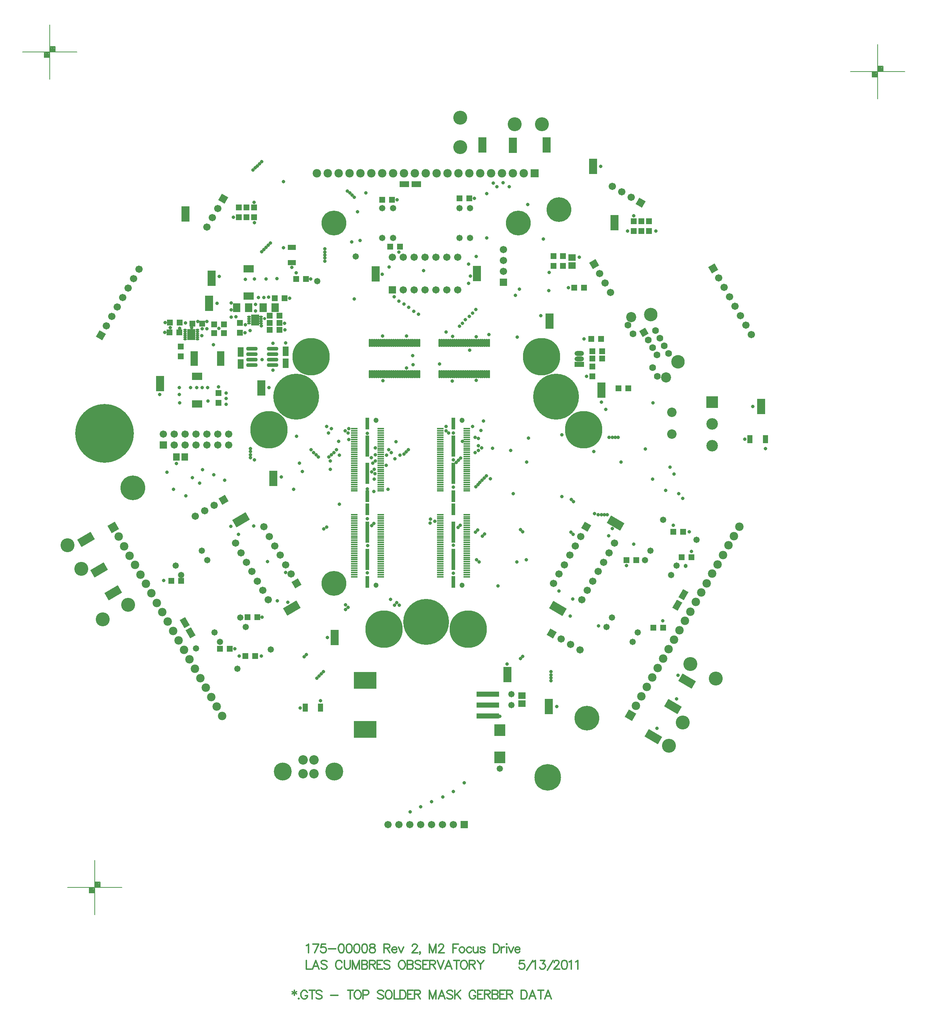
<source format=gts>
%FSLAX23Y23*%
%MOIN*%
G70*
G01*
G75*
G04 Layer_Color=8388736*
%ADD10R,0.050X0.050*%
%ADD11R,0.070X0.135*%
%ADD12R,0.050X0.050*%
%ADD13R,0.063X0.075*%
%ADD14R,0.048X0.078*%
%ADD15R,0.087X0.059*%
%ADD16R,0.059X0.051*%
%ADD17R,0.078X0.048*%
G04:AMPARAMS|DCode=18|XSize=78mil|YSize=48mil|CornerRadius=0mil|HoleSize=0mil|Usage=FLASHONLY|Rotation=120.000|XOffset=0mil|YOffset=0mil|HoleType=Round|Shape=Rectangle|*
%AMROTATEDRECTD18*
4,1,4,0.040,-0.022,-0.001,-0.046,-0.040,0.022,0.001,0.046,0.040,-0.022,0.0*
%
%ADD18ROTATEDRECTD18*%

G04:AMPARAMS|DCode=19|XSize=78mil|YSize=48mil|CornerRadius=0mil|HoleSize=0mil|Usage=FLASHONLY|Rotation=240.000|XOffset=0mil|YOffset=0mil|HoleType=Round|Shape=Rectangle|*
%AMROTATEDRECTD19*
4,1,4,-0.001,0.046,0.040,0.022,0.001,-0.046,-0.040,-0.022,-0.001,0.046,0.0*
%
%ADD19ROTATEDRECTD19*%

%ADD20R,0.051X0.059*%
%ADD21R,0.040X0.067*%
%ADD22O,0.012X0.069*%
G04:AMPARAMS|DCode=23|XSize=135mil|YSize=70mil|CornerRadius=0mil|HoleSize=0mil|Usage=FLASHONLY|Rotation=30.000|XOffset=0mil|YOffset=0mil|HoleType=Round|Shape=Rectangle|*
%AMROTATEDRECTD23*
4,1,4,-0.041,-0.064,-0.076,-0.003,0.041,0.064,0.076,0.003,-0.041,-0.064,0.0*
%
%ADD23ROTATEDRECTD23*%

G04:AMPARAMS|DCode=24|XSize=135mil|YSize=70mil|CornerRadius=0mil|HoleSize=0mil|Usage=FLASHONLY|Rotation=150.000|XOffset=0mil|YOffset=0mil|HoleType=Round|Shape=Rectangle|*
%AMROTATEDRECTD24*
4,1,4,0.076,-0.003,0.041,-0.064,-0.076,0.003,-0.041,0.064,0.076,-0.003,0.0*
%
%ADD24ROTATEDRECTD24*%

%ADD25R,0.067X0.040*%
%ADD26R,0.065X0.094*%
%ADD27O,0.024X0.010*%
%ADD28O,0.027X0.010*%
%ADD29R,0.060X0.126*%
%ADD30R,0.200X0.040*%
%ADD31R,0.200X0.150*%
%ADD32O,0.098X0.028*%
%ADD33R,0.094X0.102*%
%ADD34R,0.057X0.012*%
%ADD35R,0.025X0.185*%
%ADD36R,0.025X0.100*%
%ADD37C,0.010*%
%ADD38C,0.005*%
%ADD39C,0.030*%
%ADD40C,0.050*%
%ADD41C,0.020*%
%ADD42C,0.012*%
%ADD43C,0.008*%
%ADD44C,0.012*%
%ADD45C,0.012*%
%ADD46C,0.335*%
%ADD47C,0.531*%
%ADD48C,0.413*%
%ADD49C,0.236*%
%ADD50C,0.059*%
%ADD51P,0.084X4X375.0*%
%ADD52P,0.084X4X255.0*%
%ADD53R,0.059X0.059*%
%ADD54P,0.084X4X105.0*%
%ADD55R,0.059X0.059*%
%ADD56P,0.084X4X345.0*%
%ADD57C,0.219*%
%ADD58C,0.070*%
%ADD59P,0.099X4X345.0*%
%ADD60P,0.099X4X105.0*%
%ADD61C,0.050*%
%ADD62C,0.059*%
%ADD63R,0.059X0.059*%
%ADD64P,0.084X4X255.0*%
%ADD65C,0.120*%
%ADD66R,0.098X0.098*%
%ADD67C,0.098*%
%ADD68R,0.070X0.070*%
%ADD69C,0.079*%
%ADD70P,0.084X4X375.0*%
%ADD71C,0.085*%
%ADD72C,0.055*%
%ADD73C,0.116*%
%ADD74P,0.078X4X165.0*%
%ADD75C,0.220*%
%ADD76C,0.039*%
%ADD77C,0.157*%
%ADD78R,0.079X0.039*%
%ADD79O,0.079X0.039*%
%ADD80C,0.024*%
%ADD81C,0.030*%
%ADD82C,0.020*%
%ADD83C,0.026*%
%ADD84C,0.040*%
%ADD85C,0.375*%
%ADD86C,0.571*%
%ADD87C,0.257*%
%ADD88C,0.158*%
%ADD89C,0.075*%
G04:AMPARAMS|DCode=90|XSize=95.433mil|YSize=95.433mil|CornerRadius=0mil|HoleSize=0mil|Usage=FLASHONLY|Rotation=0.000|XOffset=0mil|YOffset=0mil|HoleType=Round|Shape=Relief|Width=10mil|Gap=10mil|Entries=4|*
%AMTHD90*
7,0,0,0.095,0.075,0.010,45*
%
%ADD90THD90*%
%ADD91C,0.206*%
%ADD92C,0.080*%
G04:AMPARAMS|DCode=93|XSize=100mil|YSize=100mil|CornerRadius=0mil|HoleSize=0mil|Usage=FLASHONLY|Rotation=0.000|XOffset=0mil|YOffset=0mil|HoleType=Round|Shape=Relief|Width=10mil|Gap=10mil|Entries=4|*
%AMTHD93*
7,0,0,0.100,0.080,0.010,45*
%
%ADD93THD93*%
%ADD94C,0.075*%
%ADD95C,0.110*%
%ADD96C,0.099*%
%ADD97C,0.102*%
%ADD98C,0.075*%
%ADD99C,0.168*%
%ADD100C,0.080*%
%ADD101C,0.076*%
%ADD102C,0.131*%
%ADD103C,0.070*%
%ADD104C,0.052*%
G04:AMPARAMS|DCode=105|XSize=85mil|YSize=85mil|CornerRadius=0mil|HoleSize=0mil|Usage=FLASHONLY|Rotation=0.000|XOffset=0mil|YOffset=0mil|HoleType=Round|Shape=Relief|Width=10mil|Gap=10mil|Entries=4|*
%AMTHD105*
7,0,0,0.085,0.065,0.010,45*
%
%ADD105THD105*%
%ADD106C,0.065*%
G04:AMPARAMS|DCode=107|XSize=72mil|YSize=72mil|CornerRadius=0mil|HoleSize=0mil|Usage=FLASHONLY|Rotation=0.000|XOffset=0mil|YOffset=0mil|HoleType=Round|Shape=Relief|Width=10mil|Gap=10mil|Entries=4|*
%AMTHD107*
7,0,0,0.072,0.052,0.010,45*
%
%ADD107THD107*%
%ADD108C,0.053*%
G04:AMPARAMS|DCode=109|XSize=90mil|YSize=90mil|CornerRadius=0mil|HoleSize=0mil|Usage=FLASHONLY|Rotation=0.000|XOffset=0mil|YOffset=0mil|HoleType=Round|Shape=Relief|Width=10mil|Gap=10mil|Entries=4|*
%AMTHD109*
7,0,0,0.090,0.070,0.010,45*
%
%ADD109THD109*%
G04:AMPARAMS|DCode=110|XSize=95.433mil|YSize=95.433mil|CornerRadius=0mil|HoleSize=0mil|Usage=FLASHONLY|Rotation=0.000|XOffset=0mil|YOffset=0mil|HoleType=Round|Shape=Relief|Width=10mil|Gap=10mil|Entries=4|*
%AMTHD110*
7,0,0,0.095,0.075,0.010,45*
%
%ADD110THD110*%
G04:AMPARAMS|DCode=111|XSize=130mil|YSize=130mil|CornerRadius=0mil|HoleSize=0mil|Usage=FLASHONLY|Rotation=0.000|XOffset=0mil|YOffset=0mil|HoleType=Round|Shape=Relief|Width=10mil|Gap=10mil|Entries=4|*
%AMTHD111*
7,0,0,0.130,0.110,0.010,45*
%
%ADD111THD111*%
%ADD112C,0.087*%
G04:AMPARAMS|DCode=113|XSize=122mil|YSize=122mil|CornerRadius=0mil|HoleSize=0mil|Usage=FLASHONLY|Rotation=0.000|XOffset=0mil|YOffset=0mil|HoleType=Round|Shape=Relief|Width=10mil|Gap=10mil|Entries=4|*
%AMTHD113*
7,0,0,0.122,0.102,0.010,45*
%
%ADD113THD113*%
G04:AMPARAMS|DCode=114|XSize=95mil|YSize=95mil|CornerRadius=0mil|HoleSize=0mil|Usage=FLASHONLY|Rotation=0.000|XOffset=0mil|YOffset=0mil|HoleType=Round|Shape=Relief|Width=10mil|Gap=10mil|Entries=4|*
%AMTHD114*
7,0,0,0.095,0.075,0.010,45*
%
%ADD114THD114*%
G04:AMPARAMS|DCode=115|XSize=96.221mil|YSize=96.221mil|CornerRadius=0mil|HoleSize=0mil|Usage=FLASHONLY|Rotation=0.000|XOffset=0mil|YOffset=0mil|HoleType=Round|Shape=Relief|Width=10mil|Gap=10mil|Entries=4|*
%AMTHD115*
7,0,0,0.096,0.076,0.010,45*
%
%ADD115THD115*%
G04:AMPARAMS|DCode=116|XSize=150.551mil|YSize=150.551mil|CornerRadius=0mil|HoleSize=0mil|Usage=FLASHONLY|Rotation=0.000|XOffset=0mil|YOffset=0mil|HoleType=Round|Shape=Relief|Width=10mil|Gap=10mil|Entries=4|*
%AMTHD116*
7,0,0,0.151,0.131,0.010,45*
%
%ADD116THD116*%
G04:AMPARAMS|DCode=117|XSize=89.528mil|YSize=89.528mil|CornerRadius=0mil|HoleSize=0mil|Usage=FLASHONLY|Rotation=0.000|XOffset=0mil|YOffset=0mil|HoleType=Round|Shape=Relief|Width=10mil|Gap=10mil|Entries=4|*
%AMTHD117*
7,0,0,0.090,0.070,0.010,45*
%
%ADD117THD117*%
G04:AMPARAMS|DCode=118|XSize=72.992mil|YSize=72.992mil|CornerRadius=0mil|HoleSize=0mil|Usage=FLASHONLY|Rotation=0.000|XOffset=0mil|YOffset=0mil|HoleType=Round|Shape=Relief|Width=10mil|Gap=10mil|Entries=4|*
%AMTHD118*
7,0,0,0.073,0.053,0.010,45*
%
%ADD118THD118*%
G04:AMPARAMS|DCode=119|XSize=79mil|YSize=236mil|CornerRadius=0mil|HoleSize=0mil|Usage=FLASHONLY|Rotation=120.000|XOffset=0mil|YOffset=0mil|HoleType=Round|Shape=Rectangle|*
%AMROTATEDRECTD119*
4,1,4,0.122,0.025,-0.083,-0.093,-0.122,-0.025,0.083,0.093,0.122,0.025,0.0*
%
%ADD119ROTATEDRECTD119*%

G04:AMPARAMS|DCode=120|XSize=79mil|YSize=236mil|CornerRadius=0mil|HoleSize=0mil|Usage=FLASHONLY|Rotation=240.000|XOffset=0mil|YOffset=0mil|HoleType=Round|Shape=Rectangle|*
%AMROTATEDRECTD120*
4,1,4,-0.083,0.093,0.122,-0.025,0.083,-0.093,-0.122,0.025,-0.083,0.093,0.0*
%
%ADD120ROTATEDRECTD120*%

%ADD121P,0.071X4X285.0*%
%ADD122P,0.071X4X165.0*%
G04:AMPARAMS|DCode=123|XSize=28mil|YSize=98mil|CornerRadius=0mil|HoleSize=0mil|Usage=FLASHONLY|Rotation=330.000|XOffset=0mil|YOffset=0mil|HoleType=Round|Shape=Round|*
%AMOVALD123*
21,1,0.071,0.028,0.000,0.000,60.0*
1,1,0.028,-0.018,-0.031*
1,1,0.028,0.018,0.031*
%
%ADD123OVALD123*%

G04:AMPARAMS|DCode=124|XSize=28mil|YSize=98mil|CornerRadius=0mil|HoleSize=0mil|Usage=FLASHONLY|Rotation=210.000|XOffset=0mil|YOffset=0mil|HoleType=Round|Shape=Round|*
%AMOVALD124*
21,1,0.071,0.028,0.000,0.000,300.0*
1,1,0.028,-0.018,0.031*
1,1,0.028,0.018,-0.031*
%
%ADD124OVALD124*%

%ADD125R,0.025X0.070*%
%ADD126R,0.236X0.079*%
%ADD127C,0.075*%
%ADD128C,0.010*%
%ADD129C,0.007*%
%ADD130C,0.024*%
%ADD131C,0.010*%
%ADD132C,0.008*%
%ADD133C,0.020*%
%ADD134C,0.006*%
%ADD135R,0.195X0.150*%
%ADD136R,0.020X0.082*%
%ADD137R,0.058X0.058*%
%ADD138R,0.078X0.143*%
%ADD139R,0.058X0.058*%
%ADD140R,0.071X0.083*%
%ADD141R,0.056X0.086*%
%ADD142R,0.095X0.067*%
%ADD143R,0.067X0.059*%
%ADD144R,0.086X0.056*%
G04:AMPARAMS|DCode=145|XSize=86mil|YSize=56mil|CornerRadius=0mil|HoleSize=0mil|Usage=FLASHONLY|Rotation=120.000|XOffset=0mil|YOffset=0mil|HoleType=Round|Shape=Rectangle|*
%AMROTATEDRECTD145*
4,1,4,0.046,-0.023,-0.003,-0.051,-0.046,0.023,0.003,0.051,0.046,-0.023,0.0*
%
%ADD145ROTATEDRECTD145*%

G04:AMPARAMS|DCode=146|XSize=86mil|YSize=56mil|CornerRadius=0mil|HoleSize=0mil|Usage=FLASHONLY|Rotation=240.000|XOffset=0mil|YOffset=0mil|HoleType=Round|Shape=Rectangle|*
%AMROTATEDRECTD146*
4,1,4,-0.003,0.051,0.046,0.023,0.003,-0.051,-0.046,-0.023,-0.003,0.051,0.0*
%
%ADD146ROTATEDRECTD146*%

%ADD147R,0.059X0.067*%
%ADD148R,0.048X0.075*%
%ADD149O,0.020X0.077*%
G04:AMPARAMS|DCode=150|XSize=143mil|YSize=78mil|CornerRadius=0mil|HoleSize=0mil|Usage=FLASHONLY|Rotation=30.000|XOffset=0mil|YOffset=0mil|HoleType=Round|Shape=Rectangle|*
%AMROTATEDRECTD150*
4,1,4,-0.042,-0.070,-0.081,-0.002,0.042,0.070,0.081,0.002,-0.042,-0.070,0.0*
%
%ADD150ROTATEDRECTD150*%

G04:AMPARAMS|DCode=151|XSize=143mil|YSize=78mil|CornerRadius=0mil|HoleSize=0mil|Usage=FLASHONLY|Rotation=150.000|XOffset=0mil|YOffset=0mil|HoleType=Round|Shape=Rectangle|*
%AMROTATEDRECTD151*
4,1,4,0.081,-0.002,0.042,-0.070,-0.081,0.002,-0.042,0.070,0.081,-0.002,0.0*
%
%ADD151ROTATEDRECTD151*%

%ADD152R,0.075X0.048*%
%ADD153R,0.073X0.102*%
%ADD154O,0.032X0.018*%
%ADD155O,0.035X0.018*%
%ADD156R,0.068X0.134*%
%ADD157R,0.208X0.048*%
%ADD158R,0.208X0.158*%
%ADD159O,0.106X0.036*%
%ADD160R,0.102X0.110*%
%ADD161R,0.061X0.016*%
%ADD162R,0.033X0.193*%
%ADD163R,0.033X0.108*%
%ADD164C,0.343*%
%ADD165C,0.539*%
%ADD166C,0.421*%
%ADD167C,0.244*%
%ADD168C,0.067*%
%ADD169P,0.095X4X375.0*%
%ADD170P,0.095X4X255.0*%
%ADD171R,0.067X0.067*%
%ADD172P,0.095X4X105.0*%
%ADD173R,0.067X0.067*%
%ADD174P,0.095X4X345.0*%
%ADD175C,0.227*%
%ADD176C,0.078*%
%ADD177P,0.110X4X345.0*%
%ADD178P,0.110X4X105.0*%
%ADD179C,0.058*%
%ADD180C,0.067*%
%ADD181R,0.067X0.067*%
%ADD182P,0.095X4X255.0*%
%ADD183C,0.128*%
%ADD184R,0.106X0.106*%
%ADD185C,0.106*%
%ADD186R,0.078X0.078*%
%ADD187C,0.087*%
%ADD188P,0.095X4X375.0*%
%ADD189C,0.093*%
%ADD190C,0.063*%
%ADD191C,0.124*%
%ADD192P,0.089X4X165.0*%
%ADD193C,0.228*%
%ADD194C,0.047*%
%ADD195C,0.165*%
%ADD196R,0.087X0.047*%
%ADD197O,0.087X0.047*%
%ADD198C,0.032*%
%ADD199C,0.038*%
%ADD200C,0.028*%
D42*
X30284Y26634D02*
Y26588D01*
X30265Y26622D02*
X30303Y26600D01*
Y26622D02*
X30265Y26600D01*
X30323Y26561D02*
X30319Y26558D01*
X30323Y26554D01*
X30327Y26558D01*
X30323Y26561D01*
X30402Y26615D02*
X30398Y26622D01*
X30390Y26630D01*
X30383Y26634D01*
X30367D01*
X30360Y26630D01*
X30352Y26622D01*
X30348Y26615D01*
X30344Y26603D01*
Y26584D01*
X30348Y26573D01*
X30352Y26565D01*
X30360Y26558D01*
X30367Y26554D01*
X30383D01*
X30390Y26558D01*
X30398Y26565D01*
X30402Y26573D01*
Y26584D01*
X30383D02*
X30402D01*
X30447Y26634D02*
Y26554D01*
X30420Y26634D02*
X30473D01*
X30536Y26622D02*
X30528Y26630D01*
X30517Y26634D01*
X30502D01*
X30490Y26630D01*
X30483Y26622D01*
Y26615D01*
X30487Y26607D01*
X30490Y26603D01*
X30498Y26600D01*
X30521Y26592D01*
X30528Y26588D01*
X30532Y26584D01*
X30536Y26577D01*
Y26565D01*
X30528Y26558D01*
X30517Y26554D01*
X30502D01*
X30490Y26558D01*
X30483Y26565D01*
X30617Y26588D02*
X30685D01*
X30798Y26634D02*
Y26554D01*
X30772Y26634D02*
X30825D01*
X30858D02*
X30850Y26630D01*
X30842Y26622D01*
X30838Y26615D01*
X30835Y26603D01*
Y26584D01*
X30838Y26573D01*
X30842Y26565D01*
X30850Y26558D01*
X30858Y26554D01*
X30873D01*
X30880Y26558D01*
X30888Y26565D01*
X30892Y26573D01*
X30896Y26584D01*
Y26603D01*
X30892Y26615D01*
X30888Y26622D01*
X30880Y26630D01*
X30873Y26634D01*
X30858D01*
X30914Y26592D02*
X30949D01*
X30960Y26596D01*
X30964Y26600D01*
X30968Y26607D01*
Y26619D01*
X30964Y26626D01*
X30960Y26630D01*
X30949Y26634D01*
X30914D01*
Y26554D01*
X31102Y26622D02*
X31094Y26630D01*
X31083Y26634D01*
X31067D01*
X31056Y26630D01*
X31048Y26622D01*
Y26615D01*
X31052Y26607D01*
X31056Y26603D01*
X31064Y26600D01*
X31086Y26592D01*
X31094Y26588D01*
X31098Y26584D01*
X31102Y26577D01*
Y26565D01*
X31094Y26558D01*
X31083Y26554D01*
X31067D01*
X31056Y26558D01*
X31048Y26565D01*
X31142Y26634D02*
X31135Y26630D01*
X31127Y26622D01*
X31123Y26615D01*
X31120Y26603D01*
Y26584D01*
X31123Y26573D01*
X31127Y26565D01*
X31135Y26558D01*
X31142Y26554D01*
X31158D01*
X31165Y26558D01*
X31173Y26565D01*
X31177Y26573D01*
X31180Y26584D01*
Y26603D01*
X31177Y26615D01*
X31173Y26622D01*
X31165Y26630D01*
X31158Y26634D01*
X31142D01*
X31199D02*
Y26554D01*
X31245D01*
X31254Y26634D02*
Y26554D01*
Y26634D02*
X31280D01*
X31292Y26630D01*
X31299Y26622D01*
X31303Y26615D01*
X31307Y26603D01*
Y26584D01*
X31303Y26573D01*
X31299Y26565D01*
X31292Y26558D01*
X31280Y26554D01*
X31254D01*
X31374Y26634D02*
X31325D01*
Y26554D01*
X31374D01*
X31325Y26596D02*
X31355D01*
X31388Y26634D02*
Y26554D01*
Y26634D02*
X31422D01*
X31433Y26630D01*
X31437Y26626D01*
X31441Y26619D01*
Y26611D01*
X31437Y26603D01*
X31433Y26600D01*
X31422Y26596D01*
X31388D01*
X31414D02*
X31441Y26554D01*
X31522Y26634D02*
Y26554D01*
Y26634D02*
X31552Y26554D01*
X31583Y26634D02*
X31552Y26554D01*
X31583Y26634D02*
Y26554D01*
X31666D02*
X31636Y26634D01*
X31606Y26554D01*
X31617Y26580D02*
X31655D01*
X31738Y26622D02*
X31731Y26630D01*
X31719Y26634D01*
X31704D01*
X31693Y26630D01*
X31685Y26622D01*
Y26615D01*
X31689Y26607D01*
X31693Y26603D01*
X31700Y26600D01*
X31723Y26592D01*
X31731Y26588D01*
X31735Y26584D01*
X31738Y26577D01*
Y26565D01*
X31731Y26558D01*
X31719Y26554D01*
X31704D01*
X31693Y26558D01*
X31685Y26565D01*
X31756Y26634D02*
Y26554D01*
X31810Y26634D02*
X31756Y26580D01*
X31775Y26600D02*
X31810Y26554D01*
X31948Y26615D02*
X31944Y26622D01*
X31936Y26630D01*
X31929Y26634D01*
X31913D01*
X31906Y26630D01*
X31898Y26622D01*
X31894Y26615D01*
X31890Y26603D01*
Y26584D01*
X31894Y26573D01*
X31898Y26565D01*
X31906Y26558D01*
X31913Y26554D01*
X31929D01*
X31936Y26558D01*
X31944Y26565D01*
X31948Y26573D01*
Y26584D01*
X31929D02*
X31948D01*
X32015Y26634D02*
X31966D01*
Y26554D01*
X32015D01*
X31966Y26596D02*
X31996D01*
X32029Y26634D02*
Y26554D01*
Y26634D02*
X32063D01*
X32074Y26630D01*
X32078Y26626D01*
X32082Y26619D01*
Y26611D01*
X32078Y26603D01*
X32074Y26600D01*
X32063Y26596D01*
X32029D01*
X32055D02*
X32082Y26554D01*
X32100Y26634D02*
Y26554D01*
Y26634D02*
X32134D01*
X32146Y26630D01*
X32149Y26626D01*
X32153Y26619D01*
Y26611D01*
X32149Y26603D01*
X32146Y26600D01*
X32134Y26596D01*
X32100D02*
X32134D01*
X32146Y26592D01*
X32149Y26588D01*
X32153Y26580D01*
Y26569D01*
X32149Y26561D01*
X32146Y26558D01*
X32134Y26554D01*
X32100D01*
X32221Y26634D02*
X32171D01*
Y26554D01*
X32221D01*
X32171Y26596D02*
X32202D01*
X32234Y26634D02*
Y26554D01*
Y26634D02*
X32268D01*
X32280Y26630D01*
X32283Y26626D01*
X32287Y26619D01*
Y26611D01*
X32283Y26603D01*
X32280Y26600D01*
X32268Y26596D01*
X32234D01*
X32261D02*
X32287Y26554D01*
X32368Y26634D02*
Y26554D01*
Y26634D02*
X32395D01*
X32406Y26630D01*
X32414Y26622D01*
X32418Y26615D01*
X32421Y26603D01*
Y26584D01*
X32418Y26573D01*
X32414Y26565D01*
X32406Y26558D01*
X32395Y26554D01*
X32368D01*
X32500D02*
X32470Y26634D01*
X32439Y26554D01*
X32451Y26580D02*
X32489D01*
X32546Y26634D02*
Y26554D01*
X32519Y26634D02*
X32572D01*
X32643Y26554D02*
X32612Y26634D01*
X32582Y26554D01*
X32593Y26580D02*
X32631D01*
D43*
X35389Y35063D02*
X35889D01*
X35639Y34813D02*
Y35313D01*
X35689Y35063D02*
Y35113D01*
X35639D02*
X35689D01*
X35589Y35013D02*
Y35063D01*
Y35013D02*
X35639D01*
X35594Y35058D02*
X35634D01*
X35594Y35018D02*
Y35058D01*
Y35018D02*
X35634D01*
Y35058D01*
X35599Y35053D02*
X35629D01*
X35599Y35023D02*
Y35053D01*
Y35023D02*
X35629D01*
Y35048D01*
X35604D02*
X35624D01*
X35604Y35028D02*
Y35048D01*
Y35028D02*
X35624D01*
Y35043D01*
X35609D02*
X35619D01*
X35609Y35033D02*
Y35043D01*
Y35033D02*
X35619D01*
Y35043D01*
X35609Y35038D02*
X35619D01*
X35644Y35108D02*
X35684D01*
X35644Y35068D02*
Y35108D01*
Y35068D02*
X35684D01*
Y35108D01*
X35649Y35103D02*
X35679D01*
X35649Y35073D02*
Y35103D01*
Y35073D02*
X35679D01*
Y35098D01*
X35654D02*
X35674D01*
X35654Y35078D02*
Y35098D01*
Y35078D02*
X35674D01*
Y35093D01*
X35659D02*
X35669D01*
X35659Y35083D02*
Y35093D01*
Y35083D02*
X35669D01*
Y35093D01*
X35659Y35088D02*
X35669D01*
X27787Y35244D02*
X28287D01*
X28037Y34994D02*
Y35494D01*
X28087Y35244D02*
Y35294D01*
X28037D02*
X28087D01*
X27987Y35194D02*
Y35244D01*
Y35194D02*
X28037D01*
X27992Y35239D02*
X28032D01*
X27992Y35199D02*
Y35239D01*
Y35199D02*
X28032D01*
Y35239D01*
X27997Y35234D02*
X28027D01*
X27997Y35204D02*
Y35234D01*
Y35204D02*
X28027D01*
Y35229D01*
X28002D02*
X28022D01*
X28002Y35209D02*
Y35229D01*
Y35209D02*
X28022D01*
Y35224D01*
X28007D02*
X28017D01*
X28007Y35214D02*
Y35224D01*
Y35214D02*
X28017D01*
Y35224D01*
X28007Y35219D02*
X28017D01*
X28042Y35289D02*
X28082D01*
X28042Y35249D02*
Y35289D01*
Y35249D02*
X28082D01*
Y35289D01*
X28047Y35284D02*
X28077D01*
X28047Y35254D02*
Y35284D01*
Y35254D02*
X28077D01*
Y35279D01*
X28052D02*
X28072D01*
X28052Y35259D02*
Y35279D01*
Y35259D02*
X28072D01*
Y35274D01*
X28057D02*
X28067D01*
X28057Y35264D02*
Y35274D01*
Y35264D02*
X28067D01*
Y35274D01*
X28057Y35269D02*
X28067D01*
X28199Y27577D02*
X28699D01*
X28449Y27327D02*
Y27827D01*
X28499Y27577D02*
Y27627D01*
X28449D02*
X28499D01*
X28399Y27527D02*
Y27577D01*
Y27527D02*
X28449D01*
X28404Y27572D02*
X28444D01*
X28404Y27532D02*
Y27572D01*
Y27532D02*
X28444D01*
Y27572D01*
X28409Y27567D02*
X28439D01*
X28409Y27537D02*
Y27567D01*
Y27537D02*
X28439D01*
Y27562D01*
X28414D02*
X28434D01*
X28414Y27542D02*
Y27562D01*
Y27542D02*
X28434D01*
Y27557D01*
X28419D02*
X28429D01*
X28419Y27547D02*
Y27557D01*
Y27547D02*
X28429D01*
Y27557D01*
X28419Y27552D02*
X28429D01*
X28454Y27622D02*
X28494D01*
X28454Y27582D02*
Y27622D01*
Y27582D02*
X28494D01*
Y27622D01*
X28459Y27617D02*
X28489D01*
X28459Y27587D02*
Y27617D01*
Y27587D02*
X28489D01*
Y27612D01*
X28464D02*
X28484D01*
X28464Y27592D02*
Y27612D01*
Y27592D02*
X28484D01*
Y27607D01*
X28469D02*
X28479D01*
X28469Y27597D02*
Y27607D01*
Y27597D02*
X28479D01*
Y27607D01*
X28469Y27602D02*
X28479D01*
D44*
X30395Y26909D02*
Y26829D01*
X30440D01*
X30510D02*
X30480Y26909D01*
X30449Y26829D01*
X30461Y26855D02*
X30499D01*
X30582Y26897D02*
X30575Y26905D01*
X30563Y26909D01*
X30548D01*
X30536Y26905D01*
X30529Y26897D01*
Y26889D01*
X30533Y26882D01*
X30536Y26878D01*
X30544Y26874D01*
X30567Y26867D01*
X30575Y26863D01*
X30578Y26859D01*
X30582Y26851D01*
Y26840D01*
X30575Y26832D01*
X30563Y26829D01*
X30548D01*
X30536Y26832D01*
X30529Y26840D01*
X30720Y26889D02*
X30716Y26897D01*
X30709Y26905D01*
X30701Y26909D01*
X30686D01*
X30678Y26905D01*
X30671Y26897D01*
X30667Y26889D01*
X30663Y26878D01*
Y26859D01*
X30667Y26848D01*
X30671Y26840D01*
X30678Y26832D01*
X30686Y26829D01*
X30701D01*
X30709Y26832D01*
X30716Y26840D01*
X30720Y26848D01*
X30742Y26909D02*
Y26851D01*
X30746Y26840D01*
X30754Y26832D01*
X30765Y26829D01*
X30773D01*
X30784Y26832D01*
X30792Y26840D01*
X30796Y26851D01*
Y26909D01*
X30818D02*
Y26829D01*
Y26909D02*
X30848Y26829D01*
X30879Y26909D02*
X30848Y26829D01*
X30879Y26909D02*
Y26829D01*
X30902Y26909D02*
Y26829D01*
Y26909D02*
X30936D01*
X30947Y26905D01*
X30951Y26901D01*
X30955Y26893D01*
Y26886D01*
X30951Y26878D01*
X30947Y26874D01*
X30936Y26870D01*
X30902D02*
X30936D01*
X30947Y26867D01*
X30951Y26863D01*
X30955Y26855D01*
Y26844D01*
X30951Y26836D01*
X30947Y26832D01*
X30936Y26829D01*
X30902D01*
X30973Y26909D02*
Y26829D01*
Y26909D02*
X31007D01*
X31019Y26905D01*
X31022Y26901D01*
X31026Y26893D01*
Y26886D01*
X31022Y26878D01*
X31019Y26874D01*
X31007Y26870D01*
X30973D01*
X31000D02*
X31026Y26829D01*
X31094Y26909D02*
X31044D01*
Y26829D01*
X31094D01*
X31044Y26870D02*
X31075D01*
X31160Y26897D02*
X31153Y26905D01*
X31141Y26909D01*
X31126D01*
X31115Y26905D01*
X31107Y26897D01*
Y26889D01*
X31111Y26882D01*
X31115Y26878D01*
X31122Y26874D01*
X31145Y26867D01*
X31153Y26863D01*
X31157Y26859D01*
X31160Y26851D01*
Y26840D01*
X31153Y26832D01*
X31141Y26829D01*
X31126D01*
X31115Y26832D01*
X31107Y26840D01*
X31264Y26909D02*
X31256Y26905D01*
X31249Y26897D01*
X31245Y26889D01*
X31241Y26878D01*
Y26859D01*
X31245Y26848D01*
X31249Y26840D01*
X31256Y26832D01*
X31264Y26829D01*
X31279D01*
X31287Y26832D01*
X31294Y26840D01*
X31298Y26848D01*
X31302Y26859D01*
Y26878D01*
X31298Y26889D01*
X31294Y26897D01*
X31287Y26905D01*
X31279Y26909D01*
X31264D01*
X31321D02*
Y26829D01*
Y26909D02*
X31355D01*
X31366Y26905D01*
X31370Y26901D01*
X31374Y26893D01*
Y26886D01*
X31370Y26878D01*
X31366Y26874D01*
X31355Y26870D01*
X31321D02*
X31355D01*
X31366Y26867D01*
X31370Y26863D01*
X31374Y26855D01*
Y26844D01*
X31370Y26836D01*
X31366Y26832D01*
X31355Y26829D01*
X31321D01*
X31445Y26897D02*
X31438Y26905D01*
X31426Y26909D01*
X31411D01*
X31399Y26905D01*
X31392Y26897D01*
Y26889D01*
X31396Y26882D01*
X31399Y26878D01*
X31407Y26874D01*
X31430Y26867D01*
X31438Y26863D01*
X31441Y26859D01*
X31445Y26851D01*
Y26840D01*
X31438Y26832D01*
X31426Y26829D01*
X31411D01*
X31399Y26832D01*
X31392Y26840D01*
X31513Y26909D02*
X31463D01*
Y26829D01*
X31513D01*
X31463Y26870D02*
X31494D01*
X31526Y26909D02*
Y26829D01*
Y26909D02*
X31560D01*
X31572Y26905D01*
X31575Y26901D01*
X31579Y26893D01*
Y26886D01*
X31575Y26878D01*
X31572Y26874D01*
X31560Y26870D01*
X31526D01*
X31553D02*
X31579Y26829D01*
X31597Y26909D02*
X31628Y26829D01*
X31658Y26909D02*
X31628Y26829D01*
X31729D02*
X31699Y26909D01*
X31668Y26829D01*
X31680Y26855D02*
X31718D01*
X31775Y26909D02*
Y26829D01*
X31748Y26909D02*
X31801D01*
X31834D02*
X31826Y26905D01*
X31818Y26897D01*
X31815Y26889D01*
X31811Y26878D01*
Y26859D01*
X31815Y26848D01*
X31818Y26840D01*
X31826Y26832D01*
X31834Y26829D01*
X31849D01*
X31857Y26832D01*
X31864Y26840D01*
X31868Y26848D01*
X31872Y26859D01*
Y26878D01*
X31868Y26889D01*
X31864Y26897D01*
X31857Y26905D01*
X31849Y26909D01*
X31834D01*
X31890D02*
Y26829D01*
Y26909D02*
X31925D01*
X31936Y26905D01*
X31940Y26901D01*
X31944Y26893D01*
Y26886D01*
X31940Y26878D01*
X31936Y26874D01*
X31925Y26870D01*
X31890D01*
X31917D02*
X31944Y26829D01*
X31962Y26909D02*
X31992Y26870D01*
Y26829D01*
X32023Y26909D02*
X31992Y26870D01*
X32393Y26909D02*
X32355D01*
X32351Y26874D01*
X32355Y26878D01*
X32366Y26882D01*
X32378D01*
X32389Y26878D01*
X32397Y26870D01*
X32400Y26859D01*
Y26851D01*
X32397Y26840D01*
X32389Y26832D01*
X32378Y26829D01*
X32366D01*
X32355Y26832D01*
X32351Y26836D01*
X32347Y26844D01*
X32418Y26817D02*
X32472Y26909D01*
X32477Y26893D02*
X32485Y26897D01*
X32496Y26909D01*
Y26829D01*
X32543Y26909D02*
X32585D01*
X32562Y26878D01*
X32574D01*
X32581Y26874D01*
X32585Y26870D01*
X32589Y26859D01*
Y26851D01*
X32585Y26840D01*
X32578Y26832D01*
X32566Y26829D01*
X32555D01*
X32543Y26832D01*
X32539Y26836D01*
X32536Y26844D01*
X32607Y26817D02*
X32660Y26909D01*
X32669Y26889D02*
Y26893D01*
X32673Y26901D01*
X32677Y26905D01*
X32685Y26909D01*
X32700D01*
X32707Y26905D01*
X32711Y26901D01*
X32715Y26893D01*
Y26886D01*
X32711Y26878D01*
X32704Y26867D01*
X32666Y26829D01*
X32719D01*
X32760Y26909D02*
X32748Y26905D01*
X32741Y26893D01*
X32737Y26874D01*
Y26863D01*
X32741Y26844D01*
X32748Y26832D01*
X32760Y26829D01*
X32767D01*
X32779Y26832D01*
X32786Y26844D01*
X32790Y26863D01*
Y26874D01*
X32786Y26893D01*
X32779Y26905D01*
X32767Y26909D01*
X32760D01*
X32808Y26893D02*
X32816Y26897D01*
X32827Y26909D01*
Y26829D01*
X32867Y26893D02*
X32874Y26897D01*
X32886Y26909D01*
Y26829D01*
D45*
X30395Y27043D02*
X30402Y27047D01*
X30414Y27059D01*
Y26979D01*
X30507Y27059D02*
X30469Y26979D01*
X30453Y27059D02*
X30507D01*
X30570D02*
X30532D01*
X30528Y27024D01*
X30532Y27028D01*
X30544Y27032D01*
X30555D01*
X30567Y27028D01*
X30574Y27020D01*
X30578Y27009D01*
Y27001D01*
X30574Y26990D01*
X30567Y26982D01*
X30555Y26979D01*
X30544D01*
X30532Y26982D01*
X30528Y26986D01*
X30525Y26994D01*
X30596Y27013D02*
X30664D01*
X30711Y27059D02*
X30699Y27055D01*
X30692Y27043D01*
X30688Y27024D01*
Y27013D01*
X30692Y26994D01*
X30699Y26982D01*
X30711Y26979D01*
X30719D01*
X30730Y26982D01*
X30738Y26994D01*
X30741Y27013D01*
Y27024D01*
X30738Y27043D01*
X30730Y27055D01*
X30719Y27059D01*
X30711D01*
X30782D02*
X30771Y27055D01*
X30763Y27043D01*
X30759Y27024D01*
Y27013D01*
X30763Y26994D01*
X30771Y26982D01*
X30782Y26979D01*
X30790D01*
X30801Y26982D01*
X30809Y26994D01*
X30813Y27013D01*
Y27024D01*
X30809Y27043D01*
X30801Y27055D01*
X30790Y27059D01*
X30782D01*
X30853D02*
X30842Y27055D01*
X30834Y27043D01*
X30830Y27024D01*
Y27013D01*
X30834Y26994D01*
X30842Y26982D01*
X30853Y26979D01*
X30861D01*
X30872Y26982D01*
X30880Y26994D01*
X30884Y27013D01*
Y27024D01*
X30880Y27043D01*
X30872Y27055D01*
X30861Y27059D01*
X30853D01*
X30925D02*
X30913Y27055D01*
X30906Y27043D01*
X30902Y27024D01*
Y27013D01*
X30906Y26994D01*
X30913Y26982D01*
X30925Y26979D01*
X30932D01*
X30944Y26982D01*
X30951Y26994D01*
X30955Y27013D01*
Y27024D01*
X30951Y27043D01*
X30944Y27055D01*
X30932Y27059D01*
X30925D01*
X30992D02*
X30981Y27055D01*
X30977Y27047D01*
Y27039D01*
X30981Y27032D01*
X30988Y27028D01*
X31003Y27024D01*
X31015Y27020D01*
X31022Y27013D01*
X31026Y27005D01*
Y26994D01*
X31022Y26986D01*
X31019Y26982D01*
X31007Y26979D01*
X30992D01*
X30981Y26982D01*
X30977Y26986D01*
X30973Y26994D01*
Y27005D01*
X30977Y27013D01*
X30984Y27020D01*
X30996Y27024D01*
X31011Y27028D01*
X31019Y27032D01*
X31022Y27039D01*
Y27047D01*
X31019Y27055D01*
X31007Y27059D01*
X30992D01*
X31107D02*
Y26979D01*
Y27059D02*
X31141D01*
X31153Y27055D01*
X31157Y27051D01*
X31160Y27043D01*
Y27036D01*
X31157Y27028D01*
X31153Y27024D01*
X31141Y27020D01*
X31107D01*
X31134D02*
X31160Y26979D01*
X31178Y27009D02*
X31224D01*
Y27017D01*
X31220Y27024D01*
X31216Y27028D01*
X31209Y27032D01*
X31197D01*
X31190Y27028D01*
X31182Y27020D01*
X31178Y27009D01*
Y27001D01*
X31182Y26990D01*
X31190Y26982D01*
X31197Y26979D01*
X31209D01*
X31216Y26982D01*
X31224Y26990D01*
X31241Y27032D02*
X31264Y26979D01*
X31287Y27032D02*
X31264Y26979D01*
X31366Y27039D02*
Y27043D01*
X31370Y27051D01*
X31374Y27055D01*
X31382Y27059D01*
X31397D01*
X31404Y27055D01*
X31408Y27051D01*
X31412Y27043D01*
Y27036D01*
X31408Y27028D01*
X31401Y27017D01*
X31363Y26979D01*
X31416D01*
X31441Y26982D02*
X31438Y26979D01*
X31434Y26982D01*
X31438Y26986D01*
X31441Y26982D01*
Y26975D01*
X31438Y26967D01*
X31434Y26963D01*
X31522Y27059D02*
Y26979D01*
Y27059D02*
X31552Y26979D01*
X31583Y27059D02*
X31552Y26979D01*
X31583Y27059D02*
Y26979D01*
X31609Y27039D02*
Y27043D01*
X31613Y27051D01*
X31617Y27055D01*
X31625Y27059D01*
X31640D01*
X31647Y27055D01*
X31651Y27051D01*
X31655Y27043D01*
Y27036D01*
X31651Y27028D01*
X31644Y27017D01*
X31606Y26979D01*
X31659D01*
X31740Y27059D02*
Y26979D01*
Y27059D02*
X31789D01*
X31740Y27020D02*
X31770D01*
X31817Y27032D02*
X31810Y27028D01*
X31802Y27020D01*
X31798Y27009D01*
Y27001D01*
X31802Y26990D01*
X31810Y26982D01*
X31817Y26979D01*
X31829D01*
X31836Y26982D01*
X31844Y26990D01*
X31848Y27001D01*
Y27009D01*
X31844Y27020D01*
X31836Y27028D01*
X31829Y27032D01*
X31817D01*
X31911Y27020D02*
X31903Y27028D01*
X31896Y27032D01*
X31884D01*
X31877Y27028D01*
X31869Y27020D01*
X31865Y27009D01*
Y27001D01*
X31869Y26990D01*
X31877Y26982D01*
X31884Y26979D01*
X31896D01*
X31903Y26982D01*
X31911Y26990D01*
X31928Y27032D02*
Y26994D01*
X31932Y26982D01*
X31940Y26979D01*
X31951D01*
X31959Y26982D01*
X31970Y26994D01*
Y27032D02*
Y26979D01*
X32033Y27020D02*
X32029Y27028D01*
X32018Y27032D01*
X32006D01*
X31995Y27028D01*
X31991Y27020D01*
X31995Y27013D01*
X32002Y27009D01*
X32021Y27005D01*
X32029Y27001D01*
X32033Y26994D01*
Y26990D01*
X32029Y26982D01*
X32018Y26979D01*
X32006D01*
X31995Y26982D01*
X31991Y26990D01*
X32112Y27059D02*
Y26979D01*
Y27059D02*
X32139D01*
X32151Y27055D01*
X32158Y27047D01*
X32162Y27039D01*
X32166Y27028D01*
Y27009D01*
X32162Y26998D01*
X32158Y26990D01*
X32151Y26982D01*
X32139Y26979D01*
X32112D01*
X32184Y27032D02*
Y26979D01*
Y27009D02*
X32188Y27020D01*
X32195Y27028D01*
X32203Y27032D01*
X32214D01*
X32229Y27059D02*
X32233Y27055D01*
X32237Y27059D01*
X32233Y27062D01*
X32229Y27059D01*
X32233Y27032D02*
Y26979D01*
X32251Y27032D02*
X32274Y26979D01*
X32296Y27032D02*
X32274Y26979D01*
X32309Y27009D02*
X32355D01*
Y27017D01*
X32351Y27024D01*
X32347Y27028D01*
X32340Y27032D01*
X32328D01*
X32321Y27028D01*
X32313Y27020D01*
X32309Y27009D01*
Y27001D01*
X32313Y26990D01*
X32321Y26982D01*
X32328Y26979D01*
X32340D01*
X32347Y26982D01*
X32355Y26990D01*
D137*
X32664Y33371D02*
D03*
Y33281D02*
D03*
X29784Y32756D02*
D03*
Y32666D02*
D03*
X29586Y32025D02*
D03*
Y32115D02*
D03*
X29241Y32540D02*
D03*
Y32450D02*
D03*
X29914Y33816D02*
D03*
Y33726D02*
D03*
X33399Y33691D02*
D03*
Y33601D02*
D03*
X33019Y32266D02*
D03*
Y32356D02*
D03*
X33539Y33601D02*
D03*
Y33691D02*
D03*
X29774Y33726D02*
D03*
Y33816D02*
D03*
X29844Y33726D02*
D03*
Y33816D02*
D03*
X33469Y33601D02*
D03*
Y33691D02*
D03*
X32749Y33371D02*
D03*
Y33281D02*
D03*
D138*
X29979Y32161D02*
D03*
X29049Y32201D02*
D03*
X29524Y33166D02*
D03*
X32628Y32774D02*
D03*
X34569Y31991D02*
D03*
X32619Y29236D02*
D03*
X30654Y29871D02*
D03*
X30089Y31331D02*
D03*
X32599Y34391D02*
D03*
X32289Y34386D02*
D03*
X32009Y34391D02*
D03*
X31029Y33206D02*
D03*
X31959Y33211D02*
D03*
X33028Y34195D02*
D03*
X32239Y29531D02*
D03*
X33104Y32141D02*
D03*
X29284Y33756D02*
D03*
X33224Y33676D02*
D03*
X29499Y32936D02*
D03*
D139*
X30058Y32759D02*
D03*
X30148D02*
D03*
X30103Y32984D02*
D03*
X30193D02*
D03*
X30148Y32824D02*
D03*
X30058D02*
D03*
X30148Y32694D02*
D03*
X30058D02*
D03*
X29436Y32750D02*
D03*
X29346D02*
D03*
X29231Y32760D02*
D03*
X29141D02*
D03*
X29136Y32670D02*
D03*
X29226D02*
D03*
X29546Y32745D02*
D03*
X29636D02*
D03*
X29546Y32665D02*
D03*
X29636D02*
D03*
X30299Y33161D02*
D03*
X30389D02*
D03*
X29834Y29701D02*
D03*
X29924D02*
D03*
X33854Y30841D02*
D03*
X33764D02*
D03*
X33019Y32496D02*
D03*
X33109D02*
D03*
X31089Y33886D02*
D03*
X31179D02*
D03*
X29599Y29766D02*
D03*
X29689D02*
D03*
X33839Y30606D02*
D03*
X33929D02*
D03*
X31164Y33456D02*
D03*
X31254D02*
D03*
X29854Y30056D02*
D03*
X29944D02*
D03*
X33424Y30581D02*
D03*
X33334D02*
D03*
X33009Y32611D02*
D03*
X33099D02*
D03*
X33259Y32156D02*
D03*
X33349D02*
D03*
X32854Y33081D02*
D03*
X32944D02*
D03*
X33109Y32431D02*
D03*
X33019D02*
D03*
X31799Y33901D02*
D03*
X31889D02*
D03*
X29244Y30391D02*
D03*
X29154D02*
D03*
X33579Y29961D02*
D03*
X33669D02*
D03*
D140*
X29863Y32899D02*
D03*
X29753D02*
D03*
X29998D02*
D03*
X30108D02*
D03*
D141*
X30204Y32496D02*
D03*
Y32386D02*
D03*
X29789Y32491D02*
D03*
Y32381D02*
D03*
D142*
X29391Y32014D02*
D03*
Y32266D02*
D03*
X29863Y33255D02*
D03*
Y33003D02*
D03*
D143*
X32374Y29338D02*
D03*
Y29263D02*
D03*
X32834Y33283D02*
D03*
Y33358D02*
D03*
D144*
X31404Y34031D02*
D03*
X31294D02*
D03*
D145*
X29276Y30008D02*
D03*
X29331Y29913D02*
D03*
D146*
X33801Y30168D02*
D03*
X33856Y30263D02*
D03*
D147*
X29201Y31526D02*
D03*
X29276D02*
D03*
D148*
X30383Y29226D02*
D03*
X30525D02*
D03*
X34468Y31691D02*
D03*
X34610D02*
D03*
D149*
X31430Y32574D02*
D03*
X31411D02*
D03*
X31391D02*
D03*
X31371D02*
D03*
X31352D02*
D03*
X31332D02*
D03*
X31312D02*
D03*
X31292D02*
D03*
X31273D02*
D03*
X31253D02*
D03*
X31233D02*
D03*
X31214D02*
D03*
X31194D02*
D03*
X31174D02*
D03*
X31155D02*
D03*
X31135D02*
D03*
X31115D02*
D03*
X31096D02*
D03*
X31076D02*
D03*
X31056D02*
D03*
X31037D02*
D03*
X31017D02*
D03*
X30997D02*
D03*
X30978D02*
D03*
X31430Y32288D02*
D03*
X31411D02*
D03*
X31391D02*
D03*
X31371D02*
D03*
X31352D02*
D03*
X31332D02*
D03*
X31312D02*
D03*
X31292D02*
D03*
X31273D02*
D03*
X31253D02*
D03*
X31233D02*
D03*
X31214D02*
D03*
X31194D02*
D03*
X31174D02*
D03*
X31155D02*
D03*
X31135D02*
D03*
X31115D02*
D03*
X31096D02*
D03*
X31076D02*
D03*
X31056D02*
D03*
X31037D02*
D03*
X31017D02*
D03*
X30997D02*
D03*
X30978D02*
D03*
X32070Y32574D02*
D03*
X32051D02*
D03*
X32031D02*
D03*
X32011D02*
D03*
X31992D02*
D03*
X31972D02*
D03*
X31952D02*
D03*
X31932D02*
D03*
X31913D02*
D03*
X31893D02*
D03*
X31873D02*
D03*
X31854D02*
D03*
X31834D02*
D03*
X31814D02*
D03*
X31795D02*
D03*
X31775D02*
D03*
X31755D02*
D03*
X31736D02*
D03*
X31716D02*
D03*
X31696D02*
D03*
X31677D02*
D03*
X31657D02*
D03*
X31637D02*
D03*
X31618D02*
D03*
X32070Y32288D02*
D03*
X32051D02*
D03*
X32031D02*
D03*
X32011D02*
D03*
X31992D02*
D03*
X31972D02*
D03*
X31952D02*
D03*
X31932D02*
D03*
X31913D02*
D03*
X31893D02*
D03*
X31873D02*
D03*
X31854D02*
D03*
X31834D02*
D03*
X31814D02*
D03*
X31795D02*
D03*
X31775D02*
D03*
X31755D02*
D03*
X31736D02*
D03*
X31716D02*
D03*
X31696D02*
D03*
X31677D02*
D03*
X31657D02*
D03*
X31637D02*
D03*
X31618D02*
D03*
D150*
X28369Y30771D02*
D03*
X28489Y30491D02*
D03*
X28619Y30281D02*
D03*
X30259Y30141D02*
D03*
X29794Y30951D02*
D03*
D151*
X33579Y28961D02*
D03*
X33759Y29236D02*
D03*
X33889Y29471D02*
D03*
X33234Y30921D02*
D03*
X32704Y30136D02*
D03*
D152*
X30259Y33310D02*
D03*
Y33452D02*
D03*
D153*
X29338Y32651D02*
D03*
X29923Y32784D02*
D03*
D154*
X29395Y32659D02*
D03*
Y32642D02*
D03*
Y32624D02*
D03*
Y32606D02*
D03*
X29281D02*
D03*
Y32624D02*
D03*
Y32642D02*
D03*
Y32659D02*
D03*
Y32677D02*
D03*
Y32695D02*
D03*
X29395Y32677D02*
D03*
Y32695D02*
D03*
D155*
X29978Y32813D02*
D03*
X29978Y32794D02*
D03*
X29978Y32774D02*
D03*
Y32754D02*
D03*
X29867D02*
D03*
Y32774D02*
D03*
Y32794D02*
D03*
Y32813D02*
D03*
D156*
X29362Y32431D02*
D03*
X29606D02*
D03*
D157*
X32059Y29351D02*
D03*
Y29251D02*
D03*
Y29151D02*
D03*
D158*
X30934Y29026D02*
D03*
Y29476D02*
D03*
D159*
X29892Y32521D02*
D03*
Y32471D02*
D03*
Y32421D02*
D03*
Y32371D02*
D03*
X30085Y32521D02*
D03*
Y32471D02*
D03*
Y32421D02*
D03*
Y32371D02*
D03*
D160*
X32169Y28770D02*
D03*
Y29022D02*
D03*
D161*
X30833Y30428D02*
D03*
Y30448D02*
D03*
Y30468D02*
D03*
Y30487D02*
D03*
Y30507D02*
D03*
Y30527D02*
D03*
Y30546D02*
D03*
Y30566D02*
D03*
Y30586D02*
D03*
Y30605D02*
D03*
Y30625D02*
D03*
Y30645D02*
D03*
Y30664D02*
D03*
Y30684D02*
D03*
Y30704D02*
D03*
Y30723D02*
D03*
Y30743D02*
D03*
Y30763D02*
D03*
Y30783D02*
D03*
Y30802D02*
D03*
Y30822D02*
D03*
Y30842D02*
D03*
Y30861D02*
D03*
Y30881D02*
D03*
Y30901D02*
D03*
Y30920D02*
D03*
Y30940D02*
D03*
Y30960D02*
D03*
Y30979D02*
D03*
Y30999D02*
D03*
Y31216D02*
D03*
Y31235D02*
D03*
Y31255D02*
D03*
Y31275D02*
D03*
Y31294D02*
D03*
Y31314D02*
D03*
Y31334D02*
D03*
Y31353D02*
D03*
Y31373D02*
D03*
Y31393D02*
D03*
Y31412D02*
D03*
Y31432D02*
D03*
Y31452D02*
D03*
Y31472D02*
D03*
Y31491D02*
D03*
Y31511D02*
D03*
Y31531D02*
D03*
Y31550D02*
D03*
Y31570D02*
D03*
Y31590D02*
D03*
Y31609D02*
D03*
Y31629D02*
D03*
Y31649D02*
D03*
Y31668D02*
D03*
Y31688D02*
D03*
Y31708D02*
D03*
Y31727D02*
D03*
Y31747D02*
D03*
Y31767D02*
D03*
Y31786D02*
D03*
D03*
X31077Y30428D02*
D03*
Y30448D02*
D03*
Y30468D02*
D03*
Y30487D02*
D03*
Y30507D02*
D03*
Y30527D02*
D03*
Y30546D02*
D03*
Y30566D02*
D03*
Y30586D02*
D03*
Y30605D02*
D03*
Y30625D02*
D03*
Y30645D02*
D03*
Y30664D02*
D03*
Y30684D02*
D03*
Y30704D02*
D03*
Y30723D02*
D03*
Y30743D02*
D03*
Y30763D02*
D03*
Y30783D02*
D03*
Y30802D02*
D03*
Y30822D02*
D03*
Y30842D02*
D03*
Y30861D02*
D03*
Y30881D02*
D03*
Y30901D02*
D03*
Y30920D02*
D03*
Y30940D02*
D03*
Y30960D02*
D03*
Y30979D02*
D03*
Y30999D02*
D03*
Y31216D02*
D03*
Y31235D02*
D03*
Y31255D02*
D03*
Y31275D02*
D03*
Y31294D02*
D03*
Y31314D02*
D03*
Y31334D02*
D03*
Y31353D02*
D03*
Y31373D02*
D03*
Y31393D02*
D03*
Y31412D02*
D03*
Y31432D02*
D03*
Y31452D02*
D03*
Y31472D02*
D03*
Y31491D02*
D03*
Y31511D02*
D03*
Y31531D02*
D03*
Y31550D02*
D03*
Y31570D02*
D03*
Y31590D02*
D03*
Y31609D02*
D03*
Y31629D02*
D03*
Y31649D02*
D03*
Y31668D02*
D03*
Y31688D02*
D03*
Y31708D02*
D03*
Y31727D02*
D03*
Y31747D02*
D03*
Y31767D02*
D03*
Y31786D02*
D03*
X31623Y30428D02*
D03*
Y30448D02*
D03*
Y30468D02*
D03*
Y30487D02*
D03*
Y30507D02*
D03*
Y30527D02*
D03*
Y30546D02*
D03*
Y30566D02*
D03*
Y30586D02*
D03*
Y30605D02*
D03*
Y30625D02*
D03*
Y30645D02*
D03*
Y30664D02*
D03*
Y30684D02*
D03*
Y30704D02*
D03*
Y30723D02*
D03*
Y30743D02*
D03*
Y30763D02*
D03*
Y30783D02*
D03*
Y30802D02*
D03*
Y30822D02*
D03*
Y30842D02*
D03*
Y30861D02*
D03*
Y30881D02*
D03*
Y30901D02*
D03*
Y30920D02*
D03*
Y30940D02*
D03*
Y30960D02*
D03*
Y30979D02*
D03*
Y30999D02*
D03*
Y31216D02*
D03*
Y31235D02*
D03*
Y31255D02*
D03*
Y31275D02*
D03*
Y31294D02*
D03*
Y31314D02*
D03*
Y31334D02*
D03*
Y31353D02*
D03*
Y31373D02*
D03*
Y31393D02*
D03*
Y31412D02*
D03*
Y31432D02*
D03*
Y31452D02*
D03*
Y31472D02*
D03*
Y31491D02*
D03*
Y31511D02*
D03*
Y31531D02*
D03*
Y31550D02*
D03*
Y31570D02*
D03*
Y31590D02*
D03*
Y31609D02*
D03*
Y31629D02*
D03*
Y31649D02*
D03*
Y31668D02*
D03*
Y31688D02*
D03*
Y31708D02*
D03*
Y31727D02*
D03*
Y31747D02*
D03*
Y31767D02*
D03*
Y31786D02*
D03*
D03*
X31867Y30428D02*
D03*
Y30448D02*
D03*
Y30468D02*
D03*
Y30487D02*
D03*
Y30507D02*
D03*
Y30527D02*
D03*
Y30546D02*
D03*
Y30566D02*
D03*
Y30586D02*
D03*
Y30605D02*
D03*
Y30625D02*
D03*
Y30645D02*
D03*
Y30664D02*
D03*
Y30684D02*
D03*
Y30704D02*
D03*
Y30723D02*
D03*
Y30743D02*
D03*
Y30763D02*
D03*
Y30783D02*
D03*
Y30802D02*
D03*
Y30822D02*
D03*
Y30842D02*
D03*
Y30861D02*
D03*
Y30881D02*
D03*
Y30901D02*
D03*
Y30920D02*
D03*
Y30940D02*
D03*
Y30960D02*
D03*
Y30979D02*
D03*
Y30999D02*
D03*
Y31216D02*
D03*
Y31235D02*
D03*
Y31255D02*
D03*
Y31275D02*
D03*
Y31294D02*
D03*
Y31314D02*
D03*
Y31334D02*
D03*
Y31353D02*
D03*
Y31373D02*
D03*
Y31393D02*
D03*
Y31412D02*
D03*
Y31432D02*
D03*
Y31452D02*
D03*
Y31472D02*
D03*
Y31491D02*
D03*
Y31511D02*
D03*
Y31531D02*
D03*
Y31550D02*
D03*
Y31570D02*
D03*
Y31590D02*
D03*
Y31609D02*
D03*
Y31629D02*
D03*
Y31649D02*
D03*
Y31668D02*
D03*
Y31688D02*
D03*
Y31708D02*
D03*
Y31727D02*
D03*
Y31747D02*
D03*
Y31767D02*
D03*
Y31786D02*
D03*
D162*
X30955Y30839D02*
D03*
Y30589D02*
D03*
Y31376D02*
D03*
Y31626D02*
D03*
X31745Y30839D02*
D03*
Y30589D02*
D03*
Y31376D02*
D03*
Y31626D02*
D03*
D163*
X30955Y30381D02*
D03*
Y31834D02*
D03*
Y31169D02*
D03*
Y31046D02*
D03*
X31745Y30381D02*
D03*
Y31834D02*
D03*
Y31169D02*
D03*
Y31046D02*
D03*
D164*
X31107Y29946D02*
D03*
X31881D02*
D03*
X30436Y32449D02*
D03*
X32939Y31778D02*
D03*
X30049D02*
D03*
X32552Y32449D02*
D03*
D165*
X28541Y31745D02*
D03*
D166*
X31494Y30013D02*
D03*
X30301Y32080D02*
D03*
X32687D02*
D03*
D167*
X32609Y28587D02*
D03*
D168*
X32906Y29757D02*
D03*
X32819Y29807D02*
D03*
X32733Y29857D02*
D03*
X29373Y30985D02*
D03*
X29459Y31035D02*
D03*
X29546Y31085D02*
D03*
X32203Y33431D02*
D03*
Y33331D02*
D03*
Y33231D02*
D03*
X28858Y33250D02*
D03*
X28808Y33163D02*
D03*
X28758Y33077D02*
D03*
X28708Y32990D02*
D03*
X28658Y32904D02*
D03*
X28608Y32817D02*
D03*
X28558Y32730D02*
D03*
X31744Y28154D02*
D03*
X31644D02*
D03*
X31544D02*
D03*
X31444D02*
D03*
X31344D02*
D03*
X31244D02*
D03*
X31144D02*
D03*
X33086Y33211D02*
D03*
X33136Y33125D02*
D03*
X33186Y33038D02*
D03*
X29579Y33809D02*
D03*
X29529Y33723D02*
D03*
X29479Y33636D02*
D03*
X33204Y34011D02*
D03*
X33291Y33961D02*
D03*
X33377Y33911D02*
D03*
X34479Y32652D02*
D03*
X34429Y32738D02*
D03*
X34379Y32825D02*
D03*
X34329Y32911D02*
D03*
X34279Y32998D02*
D03*
X34229Y33085D02*
D03*
X34179Y33171D02*
D03*
X29079Y31736D02*
D03*
X29179Y31636D02*
D03*
Y31736D02*
D03*
X29279Y31636D02*
D03*
Y31736D02*
D03*
X29379Y31636D02*
D03*
Y31736D02*
D03*
X29479Y31636D02*
D03*
X29479Y31736D02*
D03*
X29579Y31636D02*
D03*
Y31736D02*
D03*
X29679Y31636D02*
D03*
Y31736D02*
D03*
D169*
X32646Y29907D02*
D03*
X33464Y33861D02*
D03*
D170*
X29632Y31135D02*
D03*
D171*
X32203Y33131D02*
D03*
D172*
X28508Y32644D02*
D03*
X29629Y33896D02*
D03*
D173*
X31844Y28154D02*
D03*
X29079Y31636D02*
D03*
D174*
X33036Y33298D02*
D03*
X34129Y33258D02*
D03*
D175*
X28799Y31244D02*
D03*
X32969Y29130D02*
D03*
X32714Y33798D02*
D03*
D176*
X29621Y29150D02*
D03*
X29571Y29237D02*
D03*
X29521Y29323D02*
D03*
X29471Y29410D02*
D03*
X29421Y29497D02*
D03*
X29371Y29583D02*
D03*
X29321Y29670D02*
D03*
X29271Y29756D02*
D03*
X29221Y29843D02*
D03*
X29171Y29930D02*
D03*
X29121Y30016D02*
D03*
X29071Y30103D02*
D03*
X29021Y30189D02*
D03*
X28971Y30276D02*
D03*
X28921Y30363D02*
D03*
X28871Y30449D02*
D03*
X28821Y30536D02*
D03*
X28771Y30622D02*
D03*
X28721Y30709D02*
D03*
X28671Y30796D02*
D03*
X33421Y29243D02*
D03*
X33471Y29330D02*
D03*
X33521Y29417D02*
D03*
X33571Y29503D02*
D03*
X33621Y29590D02*
D03*
X33671Y29676D02*
D03*
X33721Y29763D02*
D03*
X33771Y29850D02*
D03*
X33821Y29936D02*
D03*
X33871Y30023D02*
D03*
X33921Y30109D02*
D03*
X33971Y30196D02*
D03*
X34021Y30283D02*
D03*
X34071Y30369D02*
D03*
X34121Y30456D02*
D03*
X34171Y30542D02*
D03*
X34221Y30629D02*
D03*
X34271Y30716D02*
D03*
X34321Y30802D02*
D03*
X34371Y30889D02*
D03*
X32389Y34132D02*
D03*
X32289D02*
D03*
X32189D02*
D03*
X32089D02*
D03*
X31989D02*
D03*
X31889D02*
D03*
X31789D02*
D03*
X31689D02*
D03*
X31589D02*
D03*
X31489D02*
D03*
X31389D02*
D03*
X31289D02*
D03*
X31189D02*
D03*
X31089D02*
D03*
X30989D02*
D03*
X30889D02*
D03*
X30789D02*
D03*
X30689D02*
D03*
X30589D02*
D03*
X30489D02*
D03*
D177*
X28621Y30882D02*
D03*
D178*
X33371Y29157D02*
D03*
D179*
X29550Y29916D02*
D03*
X29599Y29831D02*
D03*
X29837Y29968D02*
D03*
X29788Y30054D02*
D03*
X33505Y30582D02*
D03*
X33554Y30667D02*
D03*
X33793Y30530D02*
D03*
X33743Y30444D02*
D03*
X31799Y33536D02*
D03*
X31897D02*
D03*
Y33812D02*
D03*
X31799D02*
D03*
X29244Y30444D02*
D03*
X29195Y30530D02*
D03*
X29434Y30667D02*
D03*
X29483Y30582D02*
D03*
X33200Y30054D02*
D03*
X33150Y29968D02*
D03*
X33389Y29831D02*
D03*
X33438Y29916D02*
D03*
X31189Y33536D02*
D03*
X31090D02*
D03*
Y33812D02*
D03*
X31189D02*
D03*
X30493Y33141D02*
D03*
X30848Y33366D02*
D03*
X30067Y29761D02*
D03*
X29761Y29584D02*
D03*
X33977Y30766D02*
D03*
X33669Y30952D02*
D03*
X32278Y29351D02*
D03*
X32276Y29250D02*
D03*
X32170Y28669D02*
D03*
X29381Y29772D02*
D03*
D180*
X31784Y33361D02*
D03*
X31684D02*
D03*
X31584D02*
D03*
X31484D02*
D03*
X31384D02*
D03*
X31284D02*
D03*
X31184D02*
D03*
X31784Y33061D02*
D03*
X31684D02*
D03*
X31584D02*
D03*
X31484D02*
D03*
X31384D02*
D03*
X31284D02*
D03*
X29744Y30736D02*
D03*
X29794Y30649D02*
D03*
X29844Y30562D02*
D03*
X29894Y30476D02*
D03*
X29944Y30389D02*
D03*
X29994Y30303D02*
D03*
X30044Y30216D02*
D03*
X30004Y30886D02*
D03*
X30054Y30799D02*
D03*
X30104Y30712D02*
D03*
X30154Y30626D02*
D03*
X30204Y30539D02*
D03*
X30254Y30453D02*
D03*
X32924Y30216D02*
D03*
X32974Y30303D02*
D03*
X33024Y30389D02*
D03*
X33074Y30476D02*
D03*
X33124Y30562D02*
D03*
X33174Y30649D02*
D03*
X33224Y30736D02*
D03*
X32664Y30366D02*
D03*
X32714Y30453D02*
D03*
X32764Y30539D02*
D03*
X32814Y30626D02*
D03*
X32864Y30712D02*
D03*
X32914Y30799D02*
D03*
D181*
X31184Y33061D02*
D03*
D182*
X30304Y30366D02*
D03*
D183*
X28522Y30036D02*
D03*
X28756Y30171D02*
D03*
X28326Y30500D02*
D03*
X28201Y30717D02*
D03*
X34153Y29494D02*
D03*
X33919Y29629D02*
D03*
X33849Y29092D02*
D03*
X33724Y28876D02*
D03*
X32557Y34580D02*
D03*
X32307D02*
D03*
X31807Y34372D02*
D03*
Y34642D02*
D03*
D184*
X34120Y32032D02*
D03*
D185*
Y31832D02*
D03*
Y31632D02*
D03*
D186*
X32489Y34132D02*
D03*
D187*
X33749Y31938D02*
D03*
Y31738D02*
D03*
X30463Y28748D02*
D03*
X30365Y28748D02*
D03*
Y28622D02*
D03*
X30463D02*
D03*
D188*
X32964Y30886D02*
D03*
D189*
X33696Y32256D02*
D03*
X33376Y32811D02*
D03*
D190*
X33617Y32268D02*
D03*
X33572Y32346D02*
D03*
X33392Y32658D02*
D03*
X33347Y32736D02*
D03*
X33534Y32602D02*
D03*
X33574Y32532D02*
D03*
X33640Y32617D02*
D03*
X33680Y32548D02*
D03*
X33614Y32463D02*
D03*
X33600Y32686D02*
D03*
X33720Y32478D02*
D03*
D191*
X33806Y32401D02*
D03*
X33556Y32834D02*
D03*
D192*
X33494Y32671D02*
D03*
D193*
X30647Y30367D02*
D03*
Y33674D02*
D03*
X32340D02*
D03*
D194*
X31035Y30350D02*
D03*
Y31865D02*
D03*
X31825Y30350D02*
D03*
Y31865D02*
D03*
D195*
X30177Y28641D02*
D03*
X30651D02*
D03*
D196*
X32899Y32376D02*
D03*
D197*
Y32426D02*
D03*
Y32476D02*
D03*
D198*
X30955Y30465D02*
D03*
X30956Y30713D02*
D03*
X30955Y30962D02*
D03*
X31745Y30460D02*
D03*
Y30718D02*
D03*
Y31252D02*
D03*
Y31501D02*
D03*
Y31749D02*
D03*
X31372Y32374D02*
D03*
X31371Y32459D02*
D03*
X31972Y31630D02*
D03*
X33400Y30729D02*
D03*
X33171Y30805D02*
D03*
X33204Y30872D02*
D03*
X32839Y30223D02*
D03*
X32714Y30298D02*
D03*
X32817Y30069D02*
D03*
X32155Y30345D02*
D03*
X32005Y31610D02*
D03*
X29700Y30892D02*
D03*
X30038Y30568D02*
D03*
X30225Y30194D02*
D03*
X30202Y30467D02*
D03*
X30128Y30209D02*
D03*
X29769Y30816D02*
D03*
X29910Y30895D02*
D03*
X30277Y31231D02*
D03*
X29172Y31231D02*
D03*
X31153Y33270D02*
D03*
X31091Y33205D02*
D03*
X31974Y31588D02*
D03*
X32269Y31589D02*
D03*
X32312Y33010D02*
D03*
X31884Y33297D02*
D03*
X31955Y33366D02*
D03*
X31901Y33187D02*
D03*
X31885Y33122D02*
D03*
X31470Y33237D02*
D03*
X30939Y33951D02*
D03*
X32428Y33843D02*
D03*
X31533Y30957D02*
D03*
X33040Y31008D02*
D03*
X33142Y31963D02*
D03*
X30993Y30897D02*
D03*
X31013Y30917D02*
D03*
X31574Y30939D02*
D03*
X31529Y30921D02*
D03*
X33158Y30996D02*
D03*
X33130D02*
D03*
X33102D02*
D03*
X33074D02*
D03*
X33258Y31706D02*
D03*
X33230D02*
D03*
X33202D02*
D03*
X33174D02*
D03*
X31618Y32381D02*
D03*
X32256Y34008D02*
D03*
X32201Y34044D02*
D03*
X32143Y34008D02*
D03*
X32109Y34041D02*
D03*
X30259Y33267D02*
D03*
X30183Y34055D02*
D03*
X30182Y33449D02*
D03*
X31948Y30839D02*
D03*
X31968Y30859D02*
D03*
X32360Y30862D02*
D03*
X32380Y30842D02*
D03*
X32380Y29697D02*
D03*
X32360Y29677D02*
D03*
X30375Y29695D02*
D03*
X30395Y29715D02*
D03*
X31678Y31769D02*
D03*
X30303Y31716D02*
D03*
X30330Y31470D02*
D03*
X31002D02*
D03*
X30992Y31392D02*
D03*
X30358Y31393D02*
D03*
X30338Y29224D02*
D03*
X30525Y29292D02*
D03*
X32011Y30802D02*
D03*
X32031Y30822D02*
D03*
X32822Y30838D02*
D03*
X32842Y30818D02*
D03*
X32827Y31138D02*
D03*
X32847Y31118D02*
D03*
X33850Y31149D02*
D03*
X33815Y31192D02*
D03*
X31022Y31373D02*
D03*
X33769Y31372D02*
D03*
X31126Y31452D02*
D03*
X33735Y31435D02*
D03*
X31701Y31748D02*
D03*
X32741Y31731D02*
D03*
Y31164D02*
D03*
X33692Y31220D02*
D03*
X33807Y29523D02*
D03*
X33794Y29308D02*
D03*
X33613Y29037D02*
D03*
X34419Y31690D02*
D03*
X34611Y31603D02*
D03*
X31949Y31254D02*
D03*
X31969Y31274D02*
D03*
X31988Y31293D02*
D03*
X32008Y31313D02*
D03*
X32028Y31333D02*
D03*
X32048Y31353D02*
D03*
X29642Y31313D02*
D03*
X29543Y31363D02*
D03*
X29439Y31412D02*
D03*
X29414Y31288D02*
D03*
X29347Y31338D02*
D03*
X29114Y31389D02*
D03*
X29201Y31469D02*
D03*
X29082Y30393D02*
D03*
X29988Y30058D02*
D03*
X29736Y29766D02*
D03*
X29916Y31500D02*
D03*
X31206Y31510D02*
D03*
X30696Y31545D02*
D03*
Y31095D02*
D03*
X29287Y31172D02*
D03*
X33668Y30023D02*
D03*
X33333Y30532D02*
D03*
X33929Y30662D02*
D03*
X33507Y31602D02*
D03*
X33034Y31578D02*
D03*
X31218Y31668D02*
D03*
X33076Y29978D02*
D03*
X31167Y30222D02*
D03*
X31255Y31543D02*
D03*
X31129D02*
D03*
X31242Y33409D02*
D03*
X31226Y33887D02*
D03*
X31937Y33902D02*
D03*
X32051Y33538D02*
D03*
Y33943D02*
D03*
X31027Y31547D02*
D03*
X30888Y33514D02*
D03*
X30865Y33779D02*
D03*
X30785Y31688D02*
D03*
X30749Y31766D02*
D03*
X31026Y31612D02*
D03*
X30989Y31521D02*
D03*
X31018Y31323D02*
D03*
X31944Y31708D02*
D03*
X31945Y31569D02*
D03*
X31919Y31808D02*
D03*
X31997Y31770D02*
D03*
X30955Y31745D02*
D03*
Y31235D02*
D03*
X31143Y31232D02*
D03*
X33283Y31482D02*
D03*
X32416Y31481D02*
D03*
X32415Y30583D02*
D03*
X31956Y30584D02*
D03*
X31980Y30564D02*
D03*
X32328D02*
D03*
X32329Y32627D02*
D03*
X32942Y32610D02*
D03*
X33605Y33601D02*
D03*
X33399Y33741D02*
D03*
X32966Y32267D02*
D03*
X33104Y32031D02*
D03*
X33577Y32024D02*
D03*
X33575Y31325D02*
D03*
X32083Y31326D02*
D03*
X31974Y31699D02*
D03*
X32432Y31701D02*
D03*
X33343Y33601D02*
D03*
X29915Y33864D02*
D03*
X29725Y33727D02*
D03*
X31826Y31671D02*
D03*
X30690Y31670D02*
D03*
X30809Y33500D02*
D03*
X29916Y33679D02*
D03*
X33909Y30842D02*
D03*
X33763Y30901D02*
D03*
X29979Y29701D02*
D03*
X29778Y29700D02*
D03*
X30434Y33161D02*
D03*
X30300Y33216D02*
D03*
X32169Y29149D02*
D03*
X31095Y32638D02*
D03*
X31312Y32637D02*
D03*
X31313Y32345D02*
D03*
X31096Y32229D02*
D03*
X31953Y32231D02*
D03*
X31735Y32223D02*
D03*
X31736Y32634D02*
D03*
X31952Y32632D02*
D03*
X29481Y32770D02*
D03*
X29396D02*
D03*
X29481Y32705D02*
D03*
X29436D02*
D03*
X29341Y32715D02*
D03*
X29656Y32115D02*
D03*
X29586Y32170D02*
D03*
X29486Y32165D02*
D03*
X29436D02*
D03*
X29386D02*
D03*
X29331D02*
D03*
X29226D02*
D03*
Y32100D02*
D03*
X29231Y32025D02*
D03*
X29491Y32040D02*
D03*
X29656Y32065D02*
D03*
Y32010D02*
D03*
X29435Y32642D02*
D03*
X29539Y32558D02*
D03*
X29229Y32709D02*
D03*
X29093Y32670D02*
D03*
X29142Y32713D02*
D03*
X29097Y32760D02*
D03*
X29283Y32759D02*
D03*
X29589Y32706D02*
D03*
X32020Y31856D02*
D03*
X29979Y32731D02*
D03*
X29703Y32940D02*
D03*
X29704Y32811D02*
D03*
X29748Y32813D02*
D03*
X29702Y32876D02*
D03*
X29834Y33159D02*
D03*
X29916Y33160D02*
D03*
X30024Y33162D02*
D03*
X30123Y33163D02*
D03*
X29954Y32992D02*
D03*
X30004D02*
D03*
X30048Y32993D02*
D03*
X30239Y32985D02*
D03*
X30195Y32754D02*
D03*
X30198Y32694D02*
D03*
X29832Y32741D02*
D03*
X29877Y32686D02*
D03*
X29987Y32421D02*
D03*
X30204Y32573D02*
D03*
X30086Y32570D02*
D03*
Y32324D02*
D03*
X29928Y32926D02*
D03*
X29927Y32869D02*
D03*
X29830Y32666D02*
D03*
X29594Y33184D02*
D03*
X30162Y31344D02*
D03*
X30588Y29871D02*
D03*
X32693Y29238D02*
D03*
X34495Y31990D02*
D03*
X33096Y34195D02*
D03*
X30049Y32163D02*
D03*
X29048Y32101D02*
D03*
X32236Y29628D02*
D03*
X29574Y32936D02*
D03*
X32547Y32825D02*
D03*
X29879Y31521D02*
D03*
Y31549D02*
D03*
Y31577D02*
D03*
Y31605D02*
D03*
X30531Y29538D02*
D03*
X30482Y31548D02*
D03*
X30623D02*
D03*
X30622Y31789D02*
D03*
X30782Y31787D02*
D03*
X32640Y29529D02*
D03*
X30793Y33950D02*
D03*
X30551Y29558D02*
D03*
X30505Y31527D02*
D03*
X30599Y31528D02*
D03*
X30598Y31746D02*
D03*
X30777Y31747D02*
D03*
X32640Y29557D02*
D03*
X30771Y33968D02*
D03*
X30511Y29518D02*
D03*
X30459Y31568D02*
D03*
X30647Y31567D02*
D03*
X31175D02*
D03*
X32640Y29501D02*
D03*
X30813Y33931D02*
D03*
X30491Y29498D02*
D03*
X30671Y31594D02*
D03*
X30436Y31595D02*
D03*
X32640Y29473D02*
D03*
X30833Y33911D02*
D03*
X31151Y31594D02*
D03*
X32569Y33526D02*
D03*
X32102Y31609D02*
D03*
X31799Y32726D02*
D03*
X31828Y32755D02*
D03*
X31854Y32789D02*
D03*
X31889Y32816D02*
D03*
X31919Y32846D02*
D03*
X31949Y32881D02*
D03*
X31843Y28538D02*
D03*
X31742Y28457D02*
D03*
X31646Y28409D02*
D03*
X31545Y28363D02*
D03*
X31445Y28316D02*
D03*
X31347Y28272D02*
D03*
X32070Y32651D02*
D03*
X31892Y32506D02*
D03*
X31678Y32674D02*
D03*
X31334Y32901D02*
D03*
X31379Y32864D02*
D03*
X31424Y32836D02*
D03*
X31289Y32931D02*
D03*
X31244Y32956D02*
D03*
X31199Y32996D02*
D03*
X32624Y33222D02*
D03*
X32899Y33361D02*
D03*
X30834Y32977D02*
D03*
X32621Y33053D02*
D03*
X31015Y31212D02*
D03*
X32293Y31192D02*
D03*
X32350Y33066D02*
D03*
X32801Y33082D02*
D03*
X31811Y31518D02*
D03*
X31791Y31498D02*
D03*
X31771Y31478D02*
D03*
X31290Y31555D02*
D03*
X31310Y31575D02*
D03*
X31329Y31594D02*
D03*
X31248Y30169D02*
D03*
X31225Y30191D02*
D03*
X31203Y30169D02*
D03*
X30754Y30127D02*
D03*
X30776Y30149D02*
D03*
X30754Y30172D02*
D03*
X29903Y34160D02*
D03*
X29923Y34180D02*
D03*
X29942Y34199D02*
D03*
X29962Y34219D02*
D03*
X29982Y34239D02*
D03*
X30580Y31808D02*
D03*
X30565Y33437D02*
D03*
X30064Y33491D02*
D03*
X31677Y31808D02*
D03*
X30615Y31491D02*
D03*
X30565Y33409D02*
D03*
X30044Y33471D02*
D03*
X31028Y31491D02*
D03*
X30565Y33381D02*
D03*
X30613Y31413D02*
D03*
X30024Y33451D02*
D03*
X31018Y31413D02*
D03*
X30580Y30884D02*
D03*
X30565Y33353D02*
D03*
X30005Y33432D02*
D03*
X31806Y30902D02*
D03*
X30554Y30866D02*
D03*
X30565Y33325D02*
D03*
X29985Y33412D02*
D03*
X31786Y30882D02*
D03*
D199*
X33878Y30528D02*
D03*
D200*
X30011Y32796D02*
D03*
M02*

</source>
